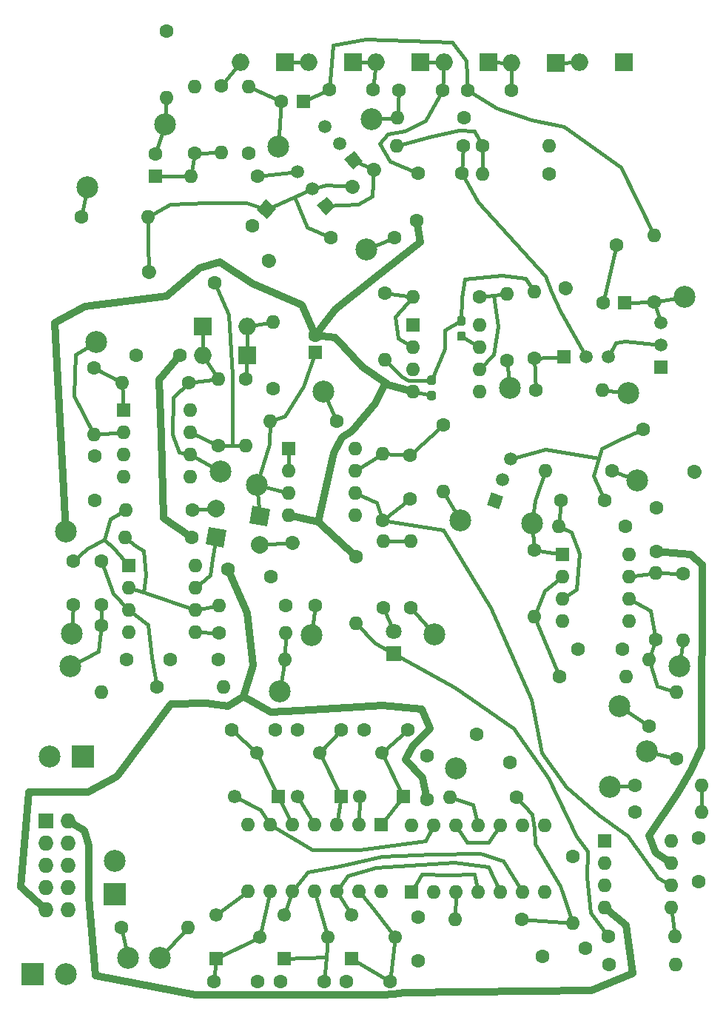
<source format=gbr>
G04 #@! TF.GenerationSoftware,KiCad,Pcbnew,(5.1.2-1)-1*
G04 #@! TF.CreationDate,2022-06-02T01:27:51-04:00*
G04 #@! TF.ProjectId,Cynare - CGS,43796e61-7265-4202-9d20-4347532e6b69,rev?*
G04 #@! TF.SameCoordinates,Original*
G04 #@! TF.FileFunction,Copper,L2,Bot*
G04 #@! TF.FilePolarity,Positive*
%FSLAX46Y46*%
G04 Gerber Fmt 4.6, Leading zero omitted, Abs format (unit mm)*
G04 Created by KiCad (PCBNEW (5.1.2-1)-1) date 2022-06-02 01:27:51*
%MOMM*%
%LPD*%
G04 APERTURE LIST*
%ADD10C,2.499360*%
%ADD11R,1.500000X1.500000*%
%ADD12C,1.500000*%
%ADD13C,0.100000*%
%ADD14C,0.950000*%
%ADD15C,1.600000*%
%ADD16R,1.600000X1.600000*%
%ADD17C,2.000000*%
%ADD18C,2.000000*%
%ADD19R,1.800000X1.800000*%
%ADD20C,1.800000*%
%ADD21O,2.000000X2.000000*%
%ADD22R,2.000000X2.000000*%
%ADD23R,1.727200X1.727200*%
%ADD24O,1.727200X1.727200*%
%ADD25R,2.499360X2.499360*%
%ADD26O,1.600000X1.600000*%
%ADD27C,1.600000*%
%ADD28C,1.550000*%
%ADD29R,1.550000X1.550000*%
%ADD30C,0.406400*%
%ADD31C,0.812800*%
G04 APERTURE END LIST*
D10*
X65450000Y-71070000D03*
D11*
X88410000Y-53480000D03*
D12*
X88410000Y-48400000D03*
X88410000Y-50940000D03*
D11*
X77330000Y-52299999D03*
D12*
X82410000Y-52299999D03*
X79870000Y-52299999D03*
X53250000Y-29860000D03*
D13*
G36*
X53342443Y-28803376D02*
G01*
X54306624Y-29952443D01*
X53157557Y-30916624D01*
X52193376Y-29767557D01*
X53342443Y-28803376D01*
X53342443Y-28803376D01*
G37*
D12*
X49984639Y-25968494D03*
X51617319Y-27914247D03*
X50130000Y-35070000D03*
D13*
G36*
X50222443Y-34013376D02*
G01*
X51186624Y-35162443D01*
X50037557Y-36126624D01*
X49073376Y-34977557D01*
X50222443Y-34013376D01*
X50222443Y-34013376D01*
G37*
D12*
X46864639Y-31178494D03*
X48497319Y-33124247D03*
X69440000Y-68810000D03*
D13*
G36*
X70401285Y-68361746D02*
G01*
X69888254Y-69771285D01*
X68478715Y-69258254D01*
X68991746Y-67848715D01*
X70401285Y-68361746D01*
X70401285Y-68361746D01*
G37*
D12*
X71177462Y-64036361D03*
X70308731Y-66423181D03*
D13*
G36*
X62420779Y-54491144D02*
G01*
X62443834Y-54494563D01*
X62466443Y-54500227D01*
X62488387Y-54508079D01*
X62509457Y-54518044D01*
X62529448Y-54530026D01*
X62548168Y-54543910D01*
X62565438Y-54559562D01*
X62581090Y-54576832D01*
X62594974Y-54595552D01*
X62606956Y-54615543D01*
X62616921Y-54636613D01*
X62624773Y-54658557D01*
X62630437Y-54681166D01*
X62633856Y-54704221D01*
X62635000Y-54727500D01*
X62635000Y-55302500D01*
X62633856Y-55325779D01*
X62630437Y-55348834D01*
X62624773Y-55371443D01*
X62616921Y-55393387D01*
X62606956Y-55414457D01*
X62594974Y-55434448D01*
X62581090Y-55453168D01*
X62565438Y-55470438D01*
X62548168Y-55486090D01*
X62529448Y-55499974D01*
X62509457Y-55511956D01*
X62488387Y-55521921D01*
X62466443Y-55529773D01*
X62443834Y-55535437D01*
X62420779Y-55538856D01*
X62397500Y-55540000D01*
X61922500Y-55540000D01*
X61899221Y-55538856D01*
X61876166Y-55535437D01*
X61853557Y-55529773D01*
X61831613Y-55521921D01*
X61810543Y-55511956D01*
X61790552Y-55499974D01*
X61771832Y-55486090D01*
X61754562Y-55470438D01*
X61738910Y-55453168D01*
X61725026Y-55434448D01*
X61713044Y-55414457D01*
X61703079Y-55393387D01*
X61695227Y-55371443D01*
X61689563Y-55348834D01*
X61686144Y-55325779D01*
X61685000Y-55302500D01*
X61685000Y-54727500D01*
X61686144Y-54704221D01*
X61689563Y-54681166D01*
X61695227Y-54658557D01*
X61703079Y-54636613D01*
X61713044Y-54615543D01*
X61725026Y-54595552D01*
X61738910Y-54576832D01*
X61754562Y-54559562D01*
X61771832Y-54543910D01*
X61790552Y-54530026D01*
X61810543Y-54518044D01*
X61831613Y-54508079D01*
X61853557Y-54500227D01*
X61876166Y-54494563D01*
X61899221Y-54491144D01*
X61922500Y-54490000D01*
X62397500Y-54490000D01*
X62420779Y-54491144D01*
X62420779Y-54491144D01*
G37*
D14*
X62160000Y-55015000D03*
D13*
G36*
X62420779Y-56241144D02*
G01*
X62443834Y-56244563D01*
X62466443Y-56250227D01*
X62488387Y-56258079D01*
X62509457Y-56268044D01*
X62529448Y-56280026D01*
X62548168Y-56293910D01*
X62565438Y-56309562D01*
X62581090Y-56326832D01*
X62594974Y-56345552D01*
X62606956Y-56365543D01*
X62616921Y-56386613D01*
X62624773Y-56408557D01*
X62630437Y-56431166D01*
X62633856Y-56454221D01*
X62635000Y-56477500D01*
X62635000Y-57052500D01*
X62633856Y-57075779D01*
X62630437Y-57098834D01*
X62624773Y-57121443D01*
X62616921Y-57143387D01*
X62606956Y-57164457D01*
X62594974Y-57184448D01*
X62581090Y-57203168D01*
X62565438Y-57220438D01*
X62548168Y-57236090D01*
X62529448Y-57249974D01*
X62509457Y-57261956D01*
X62488387Y-57271921D01*
X62466443Y-57279773D01*
X62443834Y-57285437D01*
X62420779Y-57288856D01*
X62397500Y-57290000D01*
X61922500Y-57290000D01*
X61899221Y-57288856D01*
X61876166Y-57285437D01*
X61853557Y-57279773D01*
X61831613Y-57271921D01*
X61810543Y-57261956D01*
X61790552Y-57249974D01*
X61771832Y-57236090D01*
X61754562Y-57220438D01*
X61738910Y-57203168D01*
X61725026Y-57184448D01*
X61713044Y-57164457D01*
X61703079Y-57143387D01*
X61695227Y-57121443D01*
X61689563Y-57098834D01*
X61686144Y-57075779D01*
X61685000Y-57052500D01*
X61685000Y-56477500D01*
X61686144Y-56454221D01*
X61689563Y-56431166D01*
X61695227Y-56408557D01*
X61703079Y-56386613D01*
X61713044Y-56365543D01*
X61725026Y-56345552D01*
X61738910Y-56326832D01*
X61754562Y-56309562D01*
X61771832Y-56293910D01*
X61790552Y-56280026D01*
X61810543Y-56268044D01*
X61831613Y-56258079D01*
X61853557Y-56250227D01*
X61876166Y-56244563D01*
X61899221Y-56241144D01*
X61922500Y-56240000D01*
X62397500Y-56240000D01*
X62420779Y-56241144D01*
X62420779Y-56241144D01*
G37*
D14*
X62160000Y-56765000D03*
D13*
G36*
X65830779Y-47701144D02*
G01*
X65853834Y-47704563D01*
X65876443Y-47710227D01*
X65898387Y-47718079D01*
X65919457Y-47728044D01*
X65939448Y-47740026D01*
X65958168Y-47753910D01*
X65975438Y-47769562D01*
X65991090Y-47786832D01*
X66004974Y-47805552D01*
X66016956Y-47825543D01*
X66026921Y-47846613D01*
X66034773Y-47868557D01*
X66040437Y-47891166D01*
X66043856Y-47914221D01*
X66045000Y-47937500D01*
X66045000Y-48512500D01*
X66043856Y-48535779D01*
X66040437Y-48558834D01*
X66034773Y-48581443D01*
X66026921Y-48603387D01*
X66016956Y-48624457D01*
X66004974Y-48644448D01*
X65991090Y-48663168D01*
X65975438Y-48680438D01*
X65958168Y-48696090D01*
X65939448Y-48709974D01*
X65919457Y-48721956D01*
X65898387Y-48731921D01*
X65876443Y-48739773D01*
X65853834Y-48745437D01*
X65830779Y-48748856D01*
X65807500Y-48750000D01*
X65332500Y-48750000D01*
X65309221Y-48748856D01*
X65286166Y-48745437D01*
X65263557Y-48739773D01*
X65241613Y-48731921D01*
X65220543Y-48721956D01*
X65200552Y-48709974D01*
X65181832Y-48696090D01*
X65164562Y-48680438D01*
X65148910Y-48663168D01*
X65135026Y-48644448D01*
X65123044Y-48624457D01*
X65113079Y-48603387D01*
X65105227Y-48581443D01*
X65099563Y-48558834D01*
X65096144Y-48535779D01*
X65095000Y-48512500D01*
X65095000Y-47937500D01*
X65096144Y-47914221D01*
X65099563Y-47891166D01*
X65105227Y-47868557D01*
X65113079Y-47846613D01*
X65123044Y-47825543D01*
X65135026Y-47805552D01*
X65148910Y-47786832D01*
X65164562Y-47769562D01*
X65181832Y-47753910D01*
X65200552Y-47740026D01*
X65220543Y-47728044D01*
X65241613Y-47718079D01*
X65263557Y-47710227D01*
X65286166Y-47704563D01*
X65309221Y-47701144D01*
X65332500Y-47700000D01*
X65807500Y-47700000D01*
X65830779Y-47701144D01*
X65830779Y-47701144D01*
G37*
D14*
X65570000Y-48225000D03*
D13*
G36*
X65830779Y-49451144D02*
G01*
X65853834Y-49454563D01*
X65876443Y-49460227D01*
X65898387Y-49468079D01*
X65919457Y-49478044D01*
X65939448Y-49490026D01*
X65958168Y-49503910D01*
X65975438Y-49519562D01*
X65991090Y-49536832D01*
X66004974Y-49555552D01*
X66016956Y-49575543D01*
X66026921Y-49596613D01*
X66034773Y-49618557D01*
X66040437Y-49641166D01*
X66043856Y-49664221D01*
X66045000Y-49687500D01*
X66045000Y-50262500D01*
X66043856Y-50285779D01*
X66040437Y-50308834D01*
X66034773Y-50331443D01*
X66026921Y-50353387D01*
X66016956Y-50374457D01*
X66004974Y-50394448D01*
X65991090Y-50413168D01*
X65975438Y-50430438D01*
X65958168Y-50446090D01*
X65939448Y-50459974D01*
X65919457Y-50471956D01*
X65898387Y-50481921D01*
X65876443Y-50489773D01*
X65853834Y-50495437D01*
X65830779Y-50498856D01*
X65807500Y-50500000D01*
X65332500Y-50500000D01*
X65309221Y-50498856D01*
X65286166Y-50495437D01*
X65263557Y-50489773D01*
X65241613Y-50481921D01*
X65220543Y-50471956D01*
X65200552Y-50459974D01*
X65181832Y-50446090D01*
X65164562Y-50430438D01*
X65148910Y-50413168D01*
X65135026Y-50394448D01*
X65123044Y-50374457D01*
X65113079Y-50353387D01*
X65105227Y-50331443D01*
X65099563Y-50308834D01*
X65096144Y-50285779D01*
X65095000Y-50262500D01*
X65095000Y-49687500D01*
X65096144Y-49664221D01*
X65099563Y-49641166D01*
X65105227Y-49618557D01*
X65113079Y-49596613D01*
X65123044Y-49575543D01*
X65135026Y-49555552D01*
X65148910Y-49536832D01*
X65164562Y-49519562D01*
X65181832Y-49503910D01*
X65200552Y-49490026D01*
X65220543Y-49478044D01*
X65241613Y-49468079D01*
X65263557Y-49460227D01*
X65286166Y-49454563D01*
X65309221Y-49451144D01*
X65332500Y-49450000D01*
X65807500Y-49450000D01*
X65830779Y-49451144D01*
X65830779Y-49451144D01*
G37*
D14*
X65570000Y-49975000D03*
D15*
X48890000Y-49850000D03*
D16*
X48890000Y-51850000D03*
D15*
X39269999Y-95010000D03*
X44269999Y-95010000D03*
X46840001Y-95010000D03*
X51840001Y-95010000D03*
X59450002Y-95030000D03*
X54450002Y-95030000D03*
X24360000Y-80670000D03*
X24360000Y-75670000D03*
X21180000Y-75700000D03*
X21180000Y-80700000D03*
X76970000Y-68720000D03*
X81970000Y-68720000D03*
X71110222Y-98763938D03*
X67280000Y-95550000D03*
X37270000Y-123800000D03*
X42270000Y-123800000D03*
X44860000Y-123809999D03*
X49860000Y-123809999D03*
X57450001Y-123820002D03*
X52450001Y-123820002D03*
X87880000Y-69620000D03*
X87880000Y-74620000D03*
X78960000Y-85790000D03*
X83960000Y-85790000D03*
X59720000Y-63610000D03*
X59720000Y-68610000D03*
X92690000Y-112380000D03*
X92690000Y-107380000D03*
X23600000Y-63720000D03*
X23600000Y-68720000D03*
X43820000Y-77480000D03*
X38895961Y-76611759D03*
X27260000Y-86990000D03*
X32260000Y-86990000D03*
X61620000Y-102990002D03*
X61620000Y-97990002D03*
X74845961Y-120878241D03*
X79770000Y-120010000D03*
X60660000Y-121400000D03*
X60660000Y-116400000D03*
X33360000Y-52150000D03*
X28360000Y-52150000D03*
D16*
X30600000Y-31670000D03*
D15*
X30600000Y-29170000D03*
X41663031Y-37375111D03*
X43270000Y-35460000D03*
D13*
G36*
X43171395Y-34332934D02*
G01*
X44397066Y-35361395D01*
X43368605Y-36587066D01*
X42142934Y-35558605D01*
X43171395Y-34332934D01*
X43171395Y-34332934D01*
G37*
D16*
X47510000Y-23090000D03*
D15*
X45010000Y-23090000D03*
X66300001Y-21859999D03*
X71300001Y-21859999D03*
X58450002Y-21839998D03*
X63450002Y-21839998D03*
X60600000Y-31350000D03*
X65600000Y-31350000D03*
X50469998Y-21800000D03*
X55469998Y-21800000D03*
X81780000Y-46180000D03*
D16*
X84280000Y-46180000D03*
D17*
X42522823Y-73862133D03*
D18*
X42522823Y-73862133D02*
X42522823Y-73862133D01*
D17*
X37520000Y-72980000D03*
D13*
G36*
X36361544Y-73791160D02*
G01*
X36708840Y-71821544D01*
X38678456Y-72168840D01*
X38331160Y-74138456D01*
X36361544Y-73791160D01*
X36361544Y-73791160D01*
G37*
D17*
X42510000Y-70550000D03*
D13*
G36*
X43668456Y-69738840D02*
G01*
X43321160Y-71708456D01*
X41351544Y-71361160D01*
X41698840Y-69391544D01*
X43668456Y-69738840D01*
X43668456Y-69738840D01*
G37*
D17*
X37507177Y-69667867D03*
D18*
X37507177Y-69667867D02*
X37507177Y-69667867D01*
D19*
X57830000Y-86250000D03*
D20*
X57830000Y-83710000D03*
D21*
X41071001Y-48865001D03*
D22*
X35991001Y-48865001D03*
X41110000Y-52130000D03*
D21*
X36030000Y-52130000D03*
X79090001Y-18660002D03*
D22*
X84170001Y-18660002D03*
X76408999Y-18695000D03*
D21*
X71328999Y-18695000D03*
X63580002Y-18660000D03*
D22*
X68660002Y-18660000D03*
X60909999Y-18660001D03*
D21*
X55829999Y-18660001D03*
X48080001Y-18660002D03*
D22*
X53160001Y-18660002D03*
X45399999Y-18659999D03*
D21*
X40319999Y-18659999D03*
D10*
X20840000Y-87690000D03*
X44810000Y-90580000D03*
X20970000Y-83990000D03*
X83670000Y-92300000D03*
X48440000Y-84160000D03*
X73670000Y-71360000D03*
X64960002Y-99390001D03*
X42160000Y-66990000D03*
X86830000Y-97500000D03*
X20330000Y-72300000D03*
X49810000Y-56340000D03*
X85710000Y-66480000D03*
X62520000Y-84050000D03*
X82540000Y-101540000D03*
X23780000Y-50640000D03*
X38010000Y-65480000D03*
X90500000Y-87710000D03*
X31080000Y-121120000D03*
X54680000Y-40030000D03*
X22820000Y-32930000D03*
X84660000Y-56460000D03*
X91100000Y-45440000D03*
X71160000Y-55890000D03*
D23*
X18034000Y-105410000D03*
D24*
X20574000Y-105410000D03*
X18034000Y-107950000D03*
X20574000Y-107950000D03*
X18034000Y-110490000D03*
X20574000Y-110490000D03*
X18034000Y-113030000D03*
X20574000Y-113030000D03*
X18034000Y-115570000D03*
X20574000Y-115570000D03*
D25*
X16510000Y-122936000D03*
D10*
X20320000Y-122936000D03*
X25908000Y-109982000D03*
D25*
X25908000Y-113792000D03*
X22244000Y-98044000D03*
D10*
X18434000Y-98044000D03*
X27420000Y-121110000D03*
X44619998Y-28280000D03*
X31670000Y-25780000D03*
X55290001Y-25190001D03*
D15*
X24360000Y-83040000D03*
D26*
X24360000Y-90660000D03*
D15*
X37800000Y-87000000D03*
D26*
X45420000Y-87000000D03*
X45460000Y-83890000D03*
D15*
X37840000Y-83890000D03*
D26*
X38330000Y-90090000D03*
D15*
X30710000Y-90090000D03*
D26*
X27090000Y-72970000D03*
D15*
X34710000Y-72970000D03*
X45480000Y-80790000D03*
D26*
X37860000Y-80790000D03*
D15*
X34770000Y-69840000D03*
D26*
X27150000Y-69840000D03*
D15*
X86370000Y-60600000D03*
X92207259Y-65498042D03*
D27*
X92207259Y-65498042D02*
X92207259Y-65498042D01*
D15*
X48860000Y-80750000D03*
X46253807Y-73589542D03*
D27*
X46253807Y-73589542D02*
X46253807Y-73589542D01*
D26*
X84390000Y-88910000D03*
D15*
X76770000Y-88910000D03*
X84370000Y-71750000D03*
D26*
X76750000Y-71750000D03*
D15*
X71889998Y-102750001D03*
D26*
X64269998Y-102750001D03*
X78350000Y-117090000D03*
D15*
X78350000Y-109470000D03*
D26*
X73920000Y-82060000D03*
D15*
X73920000Y-74440000D03*
X72520000Y-116670000D03*
D26*
X64900000Y-116670000D03*
D15*
X51290000Y-59710000D03*
D26*
X43670000Y-59710000D03*
D15*
X82780000Y-65380000D03*
D26*
X75160000Y-65380000D03*
X56620000Y-73450000D03*
D15*
X56620000Y-81070000D03*
D26*
X53510000Y-82780000D03*
D15*
X53510000Y-75160000D03*
X59790000Y-81000000D03*
D26*
X59790000Y-73380000D03*
D15*
X85460000Y-101320000D03*
D26*
X93080000Y-101320000D03*
X93040000Y-104410000D03*
D15*
X85420000Y-104410000D03*
X82430000Y-118600000D03*
D26*
X90050000Y-118600000D03*
D15*
X23590000Y-53570000D03*
D26*
X23590000Y-61190000D03*
D15*
X82510000Y-121820000D03*
D26*
X90130000Y-121820000D03*
X26730000Y-55260000D03*
D15*
X34350000Y-55260000D03*
D26*
X87050000Y-86930000D03*
D15*
X87050000Y-94550000D03*
X90180000Y-98300000D03*
D26*
X90180000Y-90680000D03*
D15*
X37740000Y-62480000D03*
D26*
X37740000Y-54860000D03*
X56580000Y-63410000D03*
D15*
X56580000Y-71030000D03*
D26*
X87850000Y-77090000D03*
D15*
X87850000Y-84710000D03*
D26*
X40920000Y-62520000D03*
D15*
X40920000Y-54900000D03*
X44060000Y-55960000D03*
D26*
X44060000Y-48340000D03*
X90970000Y-84760000D03*
D15*
X90970000Y-77140000D03*
D26*
X63500000Y-67760000D03*
D15*
X63500000Y-60140000D03*
D26*
X34270000Y-117640000D03*
D15*
X26650000Y-117640000D03*
X29845765Y-42566801D03*
D27*
X29845765Y-42566801D02*
X29845765Y-42566801D01*
D15*
X37350000Y-43890000D03*
X53061958Y-32852741D03*
D27*
X53061958Y-32852741D02*
X53061958Y-32852741D01*
D15*
X57960000Y-38690000D03*
X22080000Y-36320000D03*
D26*
X29700000Y-36320000D03*
D15*
X43489542Y-41316193D03*
D27*
X43489542Y-41316193D02*
X43489542Y-41316193D01*
D15*
X50650000Y-38710000D03*
X31880000Y-15100000D03*
D26*
X31880000Y-22720000D03*
D15*
X42270000Y-31690000D03*
D26*
X34650000Y-31690000D03*
X35060000Y-21390000D03*
D15*
X35060000Y-29010000D03*
X41269998Y-29009999D03*
D26*
X41269998Y-21389999D03*
D15*
X55561958Y-30932741D03*
D27*
X55561958Y-30932741D02*
X55561958Y-30932741D01*
D15*
X60460000Y-36770000D03*
D26*
X58279998Y-24989999D03*
D15*
X65899998Y-24989999D03*
D26*
X38150000Y-28970000D03*
D15*
X38150000Y-21350000D03*
D26*
X68040001Y-31399999D03*
D15*
X75660001Y-31399999D03*
X65799998Y-28200001D03*
D26*
X58179998Y-28200001D03*
D15*
X68030000Y-28240000D03*
D26*
X75650000Y-28240000D03*
D15*
X73950000Y-52520000D03*
D26*
X73950000Y-44900000D03*
D15*
X87670000Y-46080000D03*
D26*
X87670000Y-38460000D03*
X81740000Y-56160000D03*
D15*
X74120000Y-56160000D03*
X83340000Y-39550000D03*
X77502741Y-44448042D03*
D27*
X77502741Y-44448042D02*
X77502741Y-44448042D01*
D26*
X56810000Y-52670000D03*
D15*
X56810000Y-45050000D03*
X67629999Y-45480000D03*
D26*
X60009999Y-45480000D03*
X70789999Y-45140000D03*
D15*
X70789999Y-52760000D03*
D28*
X39640000Y-102649999D03*
D29*
X44640000Y-102649999D03*
D28*
X42140000Y-97649999D03*
X53980001Y-102649998D03*
D29*
X58980001Y-102649998D03*
D28*
X56480001Y-97649998D03*
X49349998Y-97640002D03*
D29*
X51849998Y-102640002D03*
D28*
X46849998Y-102640002D03*
X42540001Y-118680000D03*
D29*
X37540001Y-121180000D03*
D28*
X37540001Y-116180000D03*
X50290000Y-118670000D03*
D29*
X45290000Y-121170000D03*
D28*
X45290000Y-116170000D03*
X53010000Y-116180000D03*
D29*
X53010000Y-121180000D03*
D28*
X58010000Y-118680000D03*
D26*
X35156000Y-76194000D03*
X27536000Y-83814000D03*
X35156000Y-78734000D03*
X27536000Y-81274000D03*
X35156000Y-81274000D03*
X27536000Y-78734000D03*
X35156000Y-83814000D03*
D16*
X27536000Y-76194000D03*
D26*
X53430000Y-62860000D03*
X45810000Y-70480000D03*
X53430000Y-65400000D03*
X45810000Y-67940000D03*
X53430000Y-67940000D03*
X45810000Y-65400000D03*
X53430000Y-70480000D03*
D16*
X45810000Y-62860000D03*
X77140000Y-74980000D03*
D26*
X84760000Y-82600000D03*
X77140000Y-77520000D03*
X84760000Y-80060000D03*
X77140000Y-80060000D03*
X84760000Y-77520000D03*
X77140000Y-82600000D03*
X84760000Y-74980000D03*
D16*
X26900000Y-58470000D03*
D26*
X34520000Y-66090000D03*
X26900000Y-61010000D03*
X34520000Y-63550000D03*
X26900000Y-63550000D03*
X34520000Y-61010000D03*
X26900000Y-66090000D03*
X34520000Y-58470000D03*
X56390001Y-113469999D03*
X41150001Y-105849999D03*
X53850001Y-113469999D03*
X43690001Y-105849999D03*
X51310001Y-113469999D03*
X46230001Y-105849999D03*
X48770001Y-113469999D03*
X48770001Y-105849999D03*
X46230001Y-113469999D03*
X51310001Y-105849999D03*
X43690001Y-113469999D03*
X53850001Y-105849999D03*
X41150001Y-113469999D03*
D16*
X56390001Y-105849999D03*
X59880002Y-113510000D03*
D26*
X75120002Y-105890000D03*
X62420002Y-113510000D03*
X72580002Y-105890000D03*
X64960002Y-113510000D03*
X70040002Y-105890000D03*
X67500002Y-113510000D03*
X67500002Y-105890000D03*
X70040002Y-113510000D03*
X64960002Y-105890000D03*
X72580002Y-113510000D03*
X62420002Y-105890000D03*
X75120002Y-113510000D03*
X59880002Y-105890000D03*
X89580000Y-107730000D03*
X81960000Y-115350000D03*
X89580000Y-110270000D03*
X81960000Y-112810000D03*
X89580000Y-112810000D03*
X81960000Y-110270000D03*
X89580000Y-115350000D03*
D16*
X81960000Y-107730000D03*
X60000001Y-48719999D03*
D26*
X67620001Y-56339999D03*
X60000001Y-51259999D03*
X67620001Y-53799999D03*
X60000001Y-53799999D03*
X67620001Y-51259999D03*
X60000001Y-56339999D03*
X67620001Y-48719999D03*
D30*
X44640000Y-102649999D02*
X46230000Y-105850000D01*
X44640000Y-102649999D02*
X42140001Y-97649999D01*
X42140001Y-97649999D02*
X39269999Y-95010000D01*
X62160000Y-55015000D02*
X63640000Y-51370000D01*
X63640000Y-51370000D02*
X63700000Y-49310000D01*
X63700000Y-49310000D02*
X65570000Y-48225000D01*
X65570000Y-48225000D02*
X65660000Y-45580000D01*
X65660000Y-45580000D02*
X65990000Y-43440000D01*
X65990000Y-43440000D02*
X70240000Y-43010000D01*
X70240000Y-43010000D02*
X72900000Y-43370000D01*
X72900000Y-43370000D02*
X73950000Y-44900000D01*
X62160000Y-55015000D02*
X60750000Y-55080000D01*
X60750000Y-55080000D02*
X59550000Y-55080000D01*
X59550000Y-55080000D02*
X58790000Y-54630000D01*
X58790000Y-54630000D02*
X56810000Y-52670000D01*
X51310001Y-105850000D02*
X51849998Y-102640002D01*
X51849998Y-102640002D02*
X49350001Y-97640003D01*
X49350001Y-97640003D02*
X51840001Y-95010000D01*
X59450002Y-95030000D02*
X56480003Y-97650000D01*
X56480003Y-97650000D02*
X58980001Y-102649998D01*
X58980001Y-102649998D02*
X56390001Y-105849999D01*
X24360000Y-83040000D02*
X24360000Y-80670000D01*
X20840000Y-87690000D02*
X24030000Y-86050000D01*
X24030000Y-86050000D02*
X24360000Y-83040000D01*
X24360000Y-75670000D02*
X25720000Y-79420000D01*
X25720000Y-79420000D02*
X27536000Y-81274000D01*
X27536000Y-81274000D02*
X29730000Y-82960000D01*
X29730000Y-82960000D02*
X30140000Y-86710000D01*
X30140000Y-86710000D02*
X30710000Y-90090000D01*
X21180000Y-75700000D02*
X22790000Y-74220000D01*
X22790000Y-74220000D02*
X24740000Y-73250000D01*
X24740000Y-73250000D02*
X25800000Y-74220000D01*
X25800000Y-74220000D02*
X27536000Y-76194000D01*
X24740000Y-73250000D02*
X25430000Y-70890000D01*
X25430000Y-70890000D02*
X27150000Y-69840000D01*
X20970000Y-83990000D02*
X21180000Y-80700000D01*
X76750000Y-71750000D02*
X76970000Y-68720000D01*
X77140000Y-80060000D02*
X78710000Y-78950000D01*
X78710000Y-78950000D02*
X79120000Y-74840000D01*
X79120000Y-74840000D02*
X78170000Y-72360000D01*
X78170000Y-72360000D02*
X76750000Y-71750000D01*
X81970000Y-68720000D02*
X80660000Y-65930000D01*
X81610000Y-62870000D02*
X83640000Y-61830000D01*
X83640000Y-61830000D02*
X86370000Y-60600000D01*
X71177462Y-64036361D02*
X75210000Y-62950000D01*
X75210000Y-62950000D02*
X81285829Y-63914171D01*
X81285829Y-63914171D02*
X81610000Y-62870000D01*
X80660000Y-65930000D02*
X81285829Y-63914171D01*
X72520000Y-116670000D02*
X78350000Y-117090000D01*
X78350000Y-117090000D02*
X76880000Y-112880000D01*
X76880000Y-112880000D02*
X73970000Y-108030000D01*
X73970000Y-108030000D02*
X73950000Y-106250000D01*
X73950000Y-106250000D02*
X73710000Y-104630000D01*
X73710000Y-104630000D02*
X71889998Y-102750001D01*
X42160000Y-66990000D02*
X45810000Y-67940000D01*
X42510000Y-70550000D02*
X42160000Y-66990000D01*
X42160000Y-66990000D02*
X43630000Y-62310000D01*
X43630000Y-62310000D02*
X43670000Y-59710000D01*
X48890000Y-51850000D02*
X47500000Y-55740000D01*
X47500000Y-55740000D02*
X45360000Y-59100000D01*
X45360000Y-59100000D02*
X43670000Y-59710000D01*
D31*
X53510000Y-75160000D02*
X49240000Y-71230000D01*
X49240000Y-71230000D02*
X45810000Y-70480000D01*
D30*
X60000001Y-56339999D02*
X62160000Y-56765000D01*
D31*
X81960000Y-115350000D02*
X84420000Y-117380000D01*
X84420000Y-117380000D02*
X85150000Y-122840000D01*
X85150000Y-122840000D02*
X80410000Y-124800000D01*
X80410000Y-124800000D02*
X58990000Y-125070000D01*
X58990000Y-125070000D02*
X57840000Y-125260000D01*
X57840000Y-125260000D02*
X56570000Y-125330000D01*
X56570000Y-125330000D02*
X52560000Y-125300000D01*
X52560000Y-125300000D02*
X48450000Y-125340000D01*
X48450000Y-125340000D02*
X35150000Y-125300000D01*
X35150000Y-125300000D02*
X23720000Y-123100000D01*
X23720000Y-123100000D02*
X22980000Y-114120000D01*
X22980000Y-114120000D02*
X22980000Y-108220000D01*
X22980000Y-108220000D02*
X22430000Y-106560000D01*
X22430000Y-106560000D02*
X20574000Y-105410000D01*
X48890000Y-49850000D02*
X47300000Y-46430000D01*
X22540000Y-46610000D02*
X19030000Y-48450000D01*
X19030000Y-48450000D02*
X20330000Y-72300000D01*
X60000001Y-56339999D02*
X57280000Y-55530000D01*
X54290000Y-53510000D02*
X51130000Y-50120000D01*
X51130000Y-50120000D02*
X48890000Y-49850000D01*
X60460000Y-36770000D02*
X60920000Y-39220000D01*
X60920000Y-39220000D02*
X55760000Y-43240000D01*
X55760000Y-43240000D02*
X51140000Y-46940000D01*
X51140000Y-46940000D02*
X48890000Y-49850000D01*
X22540000Y-46610000D02*
X31850000Y-45360000D01*
X31850000Y-45360000D02*
X35620000Y-42200000D01*
X35620000Y-42200000D02*
X37960000Y-41500000D01*
X37960000Y-41500000D02*
X41700000Y-43960000D01*
X41700000Y-43960000D02*
X47300000Y-46430000D01*
X49240000Y-71230000D02*
X51010000Y-63360000D01*
X51010000Y-63360000D02*
X51870000Y-61600000D01*
X51870000Y-61600000D02*
X53060000Y-60760000D01*
X53060000Y-60760000D02*
X55690000Y-57700000D01*
X55690000Y-57700000D02*
X56874171Y-55255829D01*
X56874171Y-55255829D02*
X54290000Y-53510000D01*
X57280000Y-55530000D02*
X56874171Y-55255829D01*
D30*
X37540001Y-121180000D02*
X42540000Y-118680000D01*
X37270000Y-123800000D02*
X37540001Y-121180000D01*
X42540000Y-118680000D02*
X43689999Y-113470001D01*
X50290000Y-118669999D02*
X48770001Y-113470001D01*
X45290000Y-121170000D02*
X50092368Y-121032370D01*
X50092368Y-121032370D02*
X50290000Y-118669999D01*
X49860000Y-123809999D02*
X50092368Y-121032370D01*
X58010001Y-118680001D02*
X57450001Y-123820002D01*
X57450001Y-123820002D02*
X53010000Y-121180000D01*
X58010001Y-118680001D02*
X55439999Y-115450001D01*
X55439999Y-115450001D02*
X53850000Y-113470000D01*
X65570000Y-49975000D02*
X67620001Y-51259999D01*
D31*
X89580000Y-110270000D02*
X87810000Y-109090000D01*
X87810000Y-109090000D02*
X87010000Y-107110000D01*
X87010000Y-107110000D02*
X90380000Y-102180000D01*
X90380000Y-102180000D02*
X91830000Y-99770000D01*
X91830000Y-99770000D02*
X93030000Y-97010000D01*
X93030000Y-97010000D02*
X93170000Y-76160000D01*
X93170000Y-76160000D02*
X91790000Y-74930000D01*
X91790000Y-74930000D02*
X87880000Y-74620000D01*
X18034000Y-115570000D02*
X15180000Y-112930000D01*
X15180000Y-112930000D02*
X16120000Y-102110000D01*
X16120000Y-102110000D02*
X22850000Y-102110000D01*
X22850000Y-102110000D02*
X26170000Y-100320000D01*
X26170000Y-100320000D02*
X32330000Y-92000000D01*
X32330000Y-92000000D02*
X36450000Y-91920000D01*
X36450000Y-91920000D02*
X38910000Y-92290000D01*
X38910000Y-92290000D02*
X40630000Y-91160000D01*
X40630000Y-91160000D02*
X41730000Y-87640000D01*
X41730000Y-87640000D02*
X41090000Y-81630000D01*
X41090000Y-81630000D02*
X38895961Y-76611759D01*
X61620000Y-102990002D02*
X61110000Y-100500000D01*
X61110000Y-100500000D02*
X59180000Y-98350000D01*
X59180000Y-98350000D02*
X59970000Y-96950000D01*
X59970000Y-96950000D02*
X61990000Y-94800000D01*
X61990000Y-94800000D02*
X61070000Y-92600000D01*
X61070000Y-92600000D02*
X56550000Y-92250000D01*
X56550000Y-92250000D02*
X47020000Y-92780000D01*
X47020000Y-92780000D02*
X43770000Y-92950000D01*
X43770000Y-92950000D02*
X40630000Y-91160000D01*
X34710000Y-72970000D02*
X31470000Y-70770000D01*
X31470000Y-70770000D02*
X31240000Y-61580000D01*
X31240000Y-61580000D02*
X30960000Y-54930000D01*
X30960000Y-54930000D02*
X33360000Y-52150000D01*
D30*
X53430000Y-65400000D02*
X56580000Y-63410000D01*
X56580000Y-63410000D02*
X59720000Y-63610000D01*
X59720000Y-63610000D02*
X63500000Y-60140000D01*
X59720000Y-68610000D02*
X56580000Y-71030000D01*
X56580000Y-71030000D02*
X55850000Y-69000000D01*
X55850000Y-69000000D02*
X53430000Y-67940000D01*
X56580000Y-71030000D02*
X63550000Y-72140000D01*
X63550000Y-72140000D02*
X68970000Y-81000000D01*
X68970000Y-81000000D02*
X73600000Y-91560000D01*
X73600000Y-91560000D02*
X74750000Y-97630000D01*
X74750000Y-97630000D02*
X77550000Y-101520000D01*
X77550000Y-101520000D02*
X81300000Y-104730000D01*
X81300000Y-104730000D02*
X84580000Y-107150000D01*
X84580000Y-107150000D02*
X88070000Y-111930000D01*
X88070000Y-111930000D02*
X89580000Y-112810000D01*
X30600000Y-31670000D02*
X34650000Y-31690000D01*
X35060000Y-29010000D02*
X34650000Y-31690000D01*
X35060000Y-29010000D02*
X38150000Y-28970000D01*
X31880000Y-22720000D02*
X31670000Y-25780000D01*
X31670000Y-25780000D02*
X30600000Y-29170000D01*
X48497319Y-33124247D02*
X50140000Y-32710000D01*
X50140000Y-32710000D02*
X53061958Y-32852741D01*
X50650000Y-38710000D02*
X47890000Y-37510000D01*
X47890000Y-37510000D02*
X46456264Y-34036264D01*
X46456264Y-34036264D02*
X43270000Y-35460000D01*
X48497319Y-33124247D02*
X46456264Y-34036264D01*
X29700000Y-36320000D02*
X32310000Y-34930000D01*
X32310000Y-34930000D02*
X36340000Y-34700000D01*
X36340000Y-34700000D02*
X40960000Y-34750000D01*
X40960000Y-34750000D02*
X43270000Y-35460000D01*
X29845765Y-42566801D02*
X29692009Y-39067991D01*
X29692009Y-39067991D02*
X29691001Y-39415001D01*
X29700000Y-36320000D02*
X29692009Y-39067991D01*
X50469998Y-21800000D02*
X47510000Y-23090000D01*
X66300001Y-21859999D02*
X66140000Y-18470000D01*
X66140000Y-18470000D02*
X64500000Y-16330000D01*
X64500000Y-16330000D02*
X54610000Y-15970000D01*
X54610000Y-15970000D02*
X50930000Y-16650000D01*
X50930000Y-16650000D02*
X50469998Y-21800000D01*
X87670000Y-38460000D02*
X83840000Y-30630000D01*
X83840000Y-30630000D02*
X77300000Y-26010000D01*
X77300000Y-26010000D02*
X73580000Y-25240000D01*
X73580000Y-25240000D02*
X69600000Y-23920000D01*
X69600000Y-23920000D02*
X66300001Y-21859999D01*
X41269998Y-21389999D02*
X45010000Y-23090000D01*
X45010000Y-23090000D02*
X44619998Y-28280000D01*
X71300001Y-21859999D02*
X71328999Y-18695000D01*
X68660002Y-18660000D02*
X71328999Y-18695000D01*
X58450002Y-21839998D02*
X58279998Y-24989999D01*
X58279998Y-24989999D02*
X55290001Y-25190001D01*
X63450002Y-21839998D02*
X63580002Y-18660000D01*
X63580002Y-18660000D02*
X60909999Y-18660001D01*
X60600000Y-31350000D02*
X57410000Y-30010000D01*
X57410000Y-30010000D02*
X56220000Y-27930000D01*
X56220000Y-27930000D02*
X57170000Y-26840000D01*
X57170000Y-26840000D02*
X59070000Y-26530000D01*
X59070000Y-26530000D02*
X61460000Y-25290000D01*
X61460000Y-25290000D02*
X63450002Y-21839998D01*
X65600000Y-31350000D02*
X65799998Y-28200001D01*
X79870000Y-52299999D02*
X76910000Y-47060000D01*
X76910000Y-47060000D02*
X75880000Y-44880000D01*
X75880000Y-44880000D02*
X75210000Y-43110000D01*
X75210000Y-43110000D02*
X67490000Y-34680000D01*
X67490000Y-34680000D02*
X65600000Y-31350000D01*
X55469998Y-21800000D02*
X55829999Y-18660001D01*
X53160001Y-18660002D02*
X55829999Y-18660001D01*
X83340000Y-39550000D02*
X81780000Y-46180000D01*
X88410000Y-48400000D02*
X87670000Y-46080000D01*
X84280000Y-46180000D02*
X87670000Y-46080000D01*
X91100000Y-45440000D02*
X87670000Y-46080000D01*
X46253807Y-73589542D02*
X42522823Y-73862133D01*
X35156000Y-78734000D02*
X36840000Y-77300000D01*
X36840000Y-77300000D02*
X37080000Y-75460000D01*
X37080000Y-75460000D02*
X37520000Y-72980000D01*
X37507177Y-69667867D02*
X34770000Y-69840000D01*
X57830000Y-86250000D02*
X55680000Y-85100000D01*
X55680000Y-85100000D02*
X53510000Y-82780000D01*
X82430000Y-118600000D02*
X80380000Y-115940000D01*
X80380000Y-115940000D02*
X79950000Y-111840000D01*
X79950000Y-111840000D02*
X80010000Y-108880000D01*
X80010000Y-108880000D02*
X78750000Y-107190000D01*
X78750000Y-107190000D02*
X75530000Y-100500000D01*
X75530000Y-100500000D02*
X71590000Y-94810000D01*
X71590000Y-94810000D02*
X64900000Y-90190000D01*
X64900000Y-90190000D02*
X57830000Y-86250000D01*
X57830000Y-83710000D02*
X56620000Y-81070000D01*
X44060000Y-48340000D02*
X41071001Y-48865001D01*
X41071001Y-48865001D02*
X41110000Y-52130000D01*
X41110000Y-52130000D02*
X40920000Y-54900000D01*
X38010000Y-65480000D02*
X34520000Y-63550000D01*
X34350000Y-55260000D02*
X37740000Y-54860000D01*
X36030000Y-52130000D02*
X37740000Y-54860000D01*
X36030000Y-52130000D02*
X35991001Y-48865001D01*
X34350000Y-55260000D02*
X32610000Y-56950000D01*
X32610000Y-56950000D02*
X32500000Y-61210000D01*
X32500000Y-61210000D02*
X33300000Y-63280000D01*
X33300000Y-63280000D02*
X34520000Y-63550000D01*
X79090001Y-18660002D02*
X76408999Y-18695000D01*
X42270000Y-31690000D02*
X46864639Y-31178494D01*
X45399999Y-18659999D02*
X48080001Y-18660002D01*
X40319999Y-18659999D02*
X38150000Y-21350000D01*
X45460000Y-83890000D02*
X45420000Y-87000000D01*
X45420000Y-87000000D02*
X44810000Y-90580000D01*
X83670000Y-92300000D02*
X87050000Y-94550000D01*
X48440000Y-84160000D02*
X48860000Y-80750000D01*
X77140000Y-74980000D02*
X73920000Y-74440000D01*
X73670000Y-71360000D02*
X73920000Y-74440000D01*
X75160000Y-65380000D02*
X74030000Y-68750000D01*
X74030000Y-68750000D02*
X73670000Y-71360000D01*
X86830000Y-97500000D02*
X90180000Y-98300000D01*
X51290000Y-59710000D02*
X49810000Y-56340000D01*
X85710000Y-66480000D02*
X82780000Y-65380000D01*
X59790000Y-81000000D02*
X62520000Y-84050000D01*
X85460000Y-101320000D02*
X82540000Y-101540000D01*
X26900000Y-61010000D02*
X23590000Y-61190000D01*
X23590000Y-61190000D02*
X21240000Y-56850000D01*
X21240000Y-56850000D02*
X21450000Y-52120000D01*
X21450000Y-52120000D02*
X23780000Y-50640000D01*
X90500000Y-87710000D02*
X90970000Y-84760000D01*
X65450000Y-71070000D02*
X63500000Y-67760000D01*
X31080000Y-121120000D02*
X34270000Y-117640000D01*
X54680000Y-40030000D02*
X57960000Y-38690000D01*
X22080000Y-36320000D02*
X22820000Y-32930000D01*
X81740000Y-56160000D02*
X84660000Y-56460000D01*
X71160000Y-55890000D02*
X70789999Y-52760000D01*
X26650000Y-117640000D02*
X27420000Y-121110000D01*
X50130000Y-35070000D02*
X53760000Y-34900000D01*
X53760000Y-34900000D02*
X55360000Y-33920000D01*
X55360000Y-33920000D02*
X55561958Y-30932741D01*
X53250000Y-29860000D02*
X55561958Y-30932741D01*
X82410000Y-52299999D02*
X83200000Y-50710000D01*
X83200000Y-50710000D02*
X84380000Y-50560000D01*
X88410000Y-50940000D02*
X84380000Y-50560000D01*
X73950000Y-52520000D02*
X74120000Y-56160000D01*
X77330000Y-52299999D02*
X73950000Y-52520000D01*
X35156000Y-83814000D02*
X37840000Y-83890000D01*
X37860000Y-80790000D02*
X35156000Y-81274000D01*
X29193500Y-79286500D02*
X29480000Y-77340000D01*
X35156000Y-81274000D02*
X29193500Y-79286500D01*
X29193500Y-79286500D02*
X27536000Y-78734000D01*
X29480000Y-77340000D02*
X29220000Y-74510000D01*
X29220000Y-74510000D02*
X28370000Y-74050000D01*
X28370000Y-74050000D02*
X27090000Y-72970000D01*
X77140000Y-77520000D02*
X75140000Y-79070000D01*
X75140000Y-79070000D02*
X73920000Y-82060000D01*
X73920000Y-82060000D02*
X76770000Y-88910000D01*
X64270000Y-102749999D02*
X66869999Y-103589999D01*
X66869999Y-103589999D02*
X67500000Y-105890002D01*
X64900001Y-116670001D02*
X64959999Y-113510001D01*
X45810000Y-65400000D02*
X45810000Y-62860000D01*
X56620000Y-73450000D02*
X59790000Y-73380000D01*
X93080000Y-101320000D02*
X93040000Y-104410000D01*
X89580000Y-115350000D02*
X90050000Y-118600000D01*
X23590000Y-53570000D02*
X26730000Y-55260000D01*
X26730000Y-55260000D02*
X26900000Y-58470000D01*
X84760000Y-80060000D02*
X87200000Y-81380000D01*
X87200000Y-81380000D02*
X87850000Y-84710000D01*
X87850000Y-84710000D02*
X87050000Y-86930000D01*
X87050000Y-86930000D02*
X87970000Y-90050000D01*
X87970000Y-90050000D02*
X90180000Y-90680000D01*
X34520000Y-61010000D02*
X37740000Y-62480000D01*
X37350000Y-43890000D02*
X38970000Y-47540000D01*
X38970000Y-47540000D02*
X39360000Y-54460000D01*
X39360000Y-54460000D02*
X39360000Y-57150000D01*
X39350254Y-62500254D02*
X37740000Y-62480000D01*
X39360000Y-57150000D02*
X39350254Y-62500254D01*
X40920000Y-62520000D02*
X39350254Y-62500254D01*
X87850000Y-77090000D02*
X90970000Y-77140000D01*
X87850000Y-77090000D02*
X84760000Y-77520000D01*
X68040001Y-31399999D02*
X68030000Y-28240000D01*
X68030000Y-28240000D02*
X67100000Y-26480000D01*
X67100000Y-26480000D02*
X65280000Y-26430000D01*
X65280000Y-26430000D02*
X61880000Y-27200000D01*
X61880000Y-27200000D02*
X58179998Y-28200001D01*
X60000001Y-51259999D02*
X58330000Y-50190000D01*
X58330000Y-50190000D02*
X58020000Y-47750000D01*
X58020000Y-47750000D02*
X60009999Y-45480000D01*
X60009999Y-45480000D02*
X56810000Y-45050000D01*
X67620001Y-53799999D02*
X69270000Y-52040000D01*
X69270000Y-52040000D02*
X69770000Y-48830000D01*
X69770000Y-48830000D02*
X69282229Y-45302229D01*
X69282229Y-45302229D02*
X67629999Y-45480000D01*
X70789999Y-45140000D02*
X69282229Y-45302229D01*
X39640000Y-102650001D02*
X42579999Y-104170001D01*
X42579999Y-104170001D02*
X43690000Y-105849999D01*
X62420002Y-105890000D02*
X61480000Y-107740000D01*
X61480000Y-107740000D02*
X53930000Y-108760001D01*
X53930000Y-108760001D02*
X48500003Y-108760003D01*
X48500003Y-108760003D02*
X43690000Y-105849999D01*
X53850001Y-105850000D02*
X53980001Y-102649997D01*
X46849999Y-102640000D02*
X48770001Y-105849998D01*
X41150000Y-113469999D02*
X37540001Y-116180001D01*
X45289998Y-116170000D02*
X46230003Y-113470003D01*
X72580000Y-113509999D02*
X70350000Y-110000000D01*
X70350000Y-110000000D02*
X67780000Y-109160001D01*
X67780000Y-109160001D02*
X62219997Y-109230001D01*
X62219997Y-109230001D02*
X56450001Y-109509999D01*
X56450001Y-109509999D02*
X51650000Y-110550000D01*
X51650000Y-110550000D02*
X47980001Y-111250000D01*
X47980001Y-111250000D02*
X46230003Y-113470003D01*
X51310000Y-113470000D02*
X53010000Y-116180000D01*
X70039999Y-113510000D02*
X68679999Y-110629999D01*
X68679999Y-110629999D02*
X64760000Y-110190001D01*
X64760000Y-110190001D02*
X55810000Y-110730001D01*
X55810000Y-110730001D02*
X52610001Y-111690001D01*
X52610001Y-111690001D02*
X51310000Y-113470000D01*
X59880002Y-113510000D02*
X61030000Y-111530000D01*
X61030000Y-111530000D02*
X64110000Y-111640000D01*
X64110000Y-111640000D02*
X67060000Y-111529999D01*
X67060000Y-111529999D02*
X67500000Y-113510001D01*
X64959999Y-105889998D02*
X66250000Y-107840001D01*
X66250000Y-107840001D02*
X68690002Y-107839998D01*
X68690002Y-107839998D02*
X70039998Y-105890002D01*
M02*

</source>
